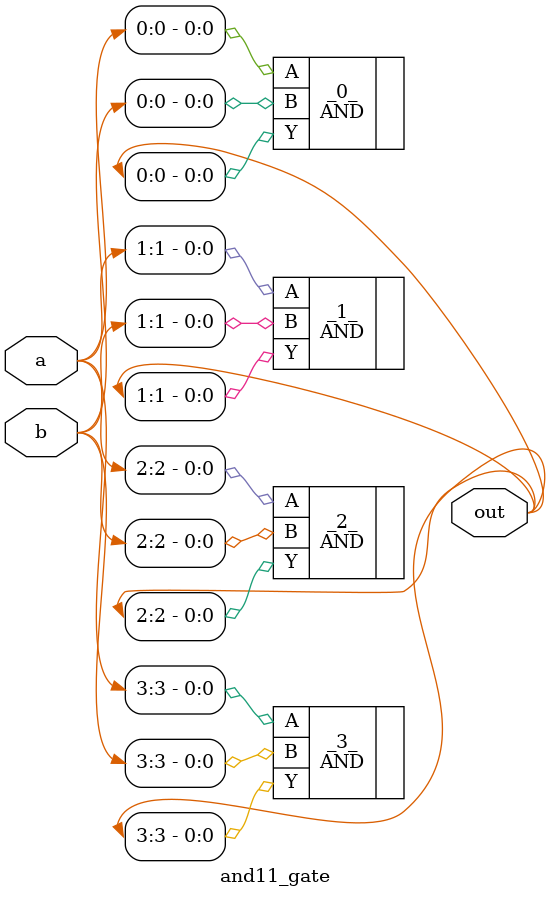
<source format=v>
/* Generated by Yosys 0.41+83 (git sha1 7045cf509, x86_64-w64-mingw32-g++ 13.2.1 -Os) */

/* cells_not_processed =  1  */
/* src = "and11_gate.v:2.1-10.10" */
module and11_gate(a, b, out);
  /* src = "and11_gate.v:3.22-3.23" */
  input [3:0] a;
  wire [3:0] a;
  /* src = "and11_gate.v:4.22-4.23" */
  input [3:0] b;
  wire [3:0] b;
  /* src = "and11_gate.v:5.23-5.26" */
  output [3:0] out;
  wire [3:0] out;
  AND _0_ (
    .A(a[0]),
    .B(b[0]),
    .Y(out[0])
  );
  AND _1_ (
    .A(a[1]),
    .B(b[1]),
    .Y(out[1])
  );
  AND _2_ (
    .A(a[2]),
    .B(b[2]),
    .Y(out[2])
  );
  AND _3_ (
    .A(a[3]),
    .B(b[3]),
    .Y(out[3])
  );
endmodule

</source>
